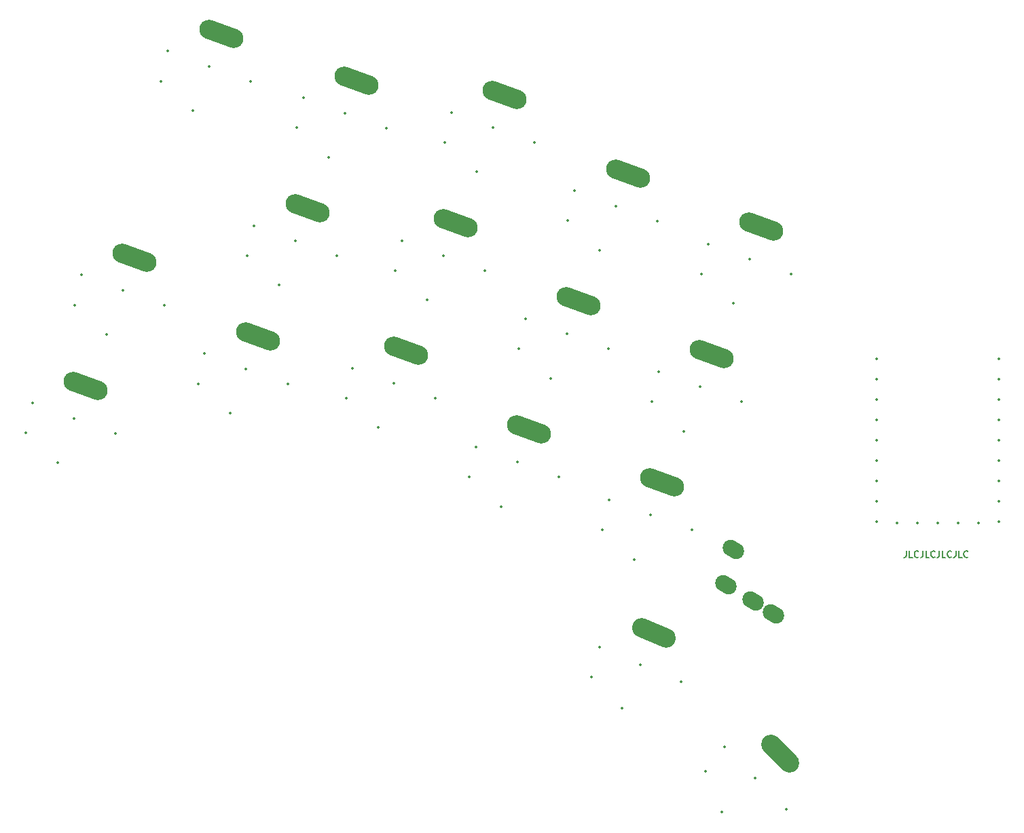
<source format=gto>
%TF.GenerationSoftware,KiCad,Pcbnew,(6.0.11)*%
%TF.CreationDate,2024-04-13T23:11:30+09:00*%
%TF.ProjectId,haqua34_left-bottom-plate,68617175-6133-4345-9f6c-6566742d626f,rev?*%
%TF.SameCoordinates,Original*%
%TF.FileFunction,Legend,Top*%
%TF.FilePolarity,Positive*%
%FSLAX46Y46*%
G04 Gerber Fmt 4.6, Leading zero omitted, Abs format (unit mm)*
G04 Created by KiCad (PCBNEW (6.0.11)) date 2024-04-13 23:11:30*
%MOMM*%
%LPD*%
G01*
G04 APERTURE LIST*
G04 Aperture macros list*
%AMHorizOval*
0 Thick line with rounded ends*
0 $1 width*
0 $2 $3 position (X,Y) of the first rounded end (center of the circle)*
0 $4 $5 position (X,Y) of the second rounded end (center of the circle)*
0 Add line between two ends*
20,1,$1,$2,$3,$4,$5,0*
0 Add two circle primitives to create the rounded ends*
1,1,$1,$2,$3*
1,1,$1,$4,$5*%
G04 Aperture macros list end*
%ADD10C,0.200000*%
%ADD11C,0.350000*%
%ADD12HorizOval,2.399999X-1.550493X0.564333X1.550493X-0.564333X0*%
%ADD13HorizOval,1.999999X-0.341056X0.208999X0.341056X-0.208999X0*%
%ADD14HorizOval,2.399999X-1.518833X0.644706X1.518833X-0.644706X0*%
%ADD15HorizOval,2.399999X-1.166726X1.166726X1.166726X-1.166726X0*%
G04 APERTURE END LIST*
D10*
X134404761Y-95661904D02*
X134404761Y-96233333D01*
X134366666Y-96347619D01*
X134290476Y-96423809D01*
X134176190Y-96461904D01*
X134100000Y-96461904D01*
X135166666Y-96461904D02*
X134785714Y-96461904D01*
X134785714Y-95661904D01*
X135890476Y-96385714D02*
X135852380Y-96423809D01*
X135738095Y-96461904D01*
X135661904Y-96461904D01*
X135547619Y-96423809D01*
X135471428Y-96347619D01*
X135433333Y-96271428D01*
X135395238Y-96119047D01*
X135395238Y-96004761D01*
X135433333Y-95852380D01*
X135471428Y-95776190D01*
X135547619Y-95700000D01*
X135661904Y-95661904D01*
X135738095Y-95661904D01*
X135852380Y-95700000D01*
X135890476Y-95738095D01*
X136461904Y-95661904D02*
X136461904Y-96233333D01*
X136423809Y-96347619D01*
X136347619Y-96423809D01*
X136233333Y-96461904D01*
X136157142Y-96461904D01*
X137223809Y-96461904D02*
X136842857Y-96461904D01*
X136842857Y-95661904D01*
X137947619Y-96385714D02*
X137909523Y-96423809D01*
X137795238Y-96461904D01*
X137719047Y-96461904D01*
X137604761Y-96423809D01*
X137528571Y-96347619D01*
X137490476Y-96271428D01*
X137452380Y-96119047D01*
X137452380Y-96004761D01*
X137490476Y-95852380D01*
X137528571Y-95776190D01*
X137604761Y-95700000D01*
X137719047Y-95661904D01*
X137795238Y-95661904D01*
X137909523Y-95700000D01*
X137947619Y-95738095D01*
X138519047Y-95661904D02*
X138519047Y-96233333D01*
X138480952Y-96347619D01*
X138404761Y-96423809D01*
X138290476Y-96461904D01*
X138214285Y-96461904D01*
X139280952Y-96461904D02*
X138900000Y-96461904D01*
X138900000Y-95661904D01*
X140004761Y-96385714D02*
X139966666Y-96423809D01*
X139852380Y-96461904D01*
X139776190Y-96461904D01*
X139661904Y-96423809D01*
X139585714Y-96347619D01*
X139547619Y-96271428D01*
X139509523Y-96119047D01*
X139509523Y-96004761D01*
X139547619Y-95852380D01*
X139585714Y-95776190D01*
X139661904Y-95700000D01*
X139776190Y-95661904D01*
X139852380Y-95661904D01*
X139966666Y-95700000D01*
X140004761Y-95738095D01*
X140576190Y-95661904D02*
X140576190Y-96233333D01*
X140538095Y-96347619D01*
X140461904Y-96423809D01*
X140347619Y-96461904D01*
X140271428Y-96461904D01*
X141338095Y-96461904D02*
X140957142Y-96461904D01*
X140957142Y-95661904D01*
X142061904Y-96385714D02*
X142023809Y-96423809D01*
X141909523Y-96461904D01*
X141833333Y-96461904D01*
X141719047Y-96423809D01*
X141642857Y-96347619D01*
X141604761Y-96271428D01*
X141566666Y-96119047D01*
X141566666Y-96004761D01*
X141604761Y-95852380D01*
X141642857Y-95776190D01*
X141719047Y-95700000D01*
X141833333Y-95661904D01*
X141909523Y-95661904D01*
X142023809Y-95700000D01*
X142061904Y-95738095D01*
D11*
X93031691Y-50718889D03*
D12*
X99676843Y-48542407D03*
D11*
X92201860Y-54460731D03*
X103368309Y-54481111D03*
X96182081Y-58144186D03*
X98200000Y-52600000D03*
X97331691Y-89293889D03*
X102500000Y-91175000D03*
D12*
X103976843Y-87117407D03*
D11*
X100482081Y-96719186D03*
X107668309Y-93056111D03*
X96501860Y-93035731D03*
D13*
X115281120Y-101948803D03*
X117839040Y-103516299D03*
X112786093Y-95493973D03*
X111870559Y-99858809D03*
D11*
X80832081Y-48344186D03*
X77681691Y-40918889D03*
X82850000Y-42800000D03*
X88018309Y-44681111D03*
D12*
X84326843Y-38742407D03*
D11*
X76851860Y-44660731D03*
X106312777Y-111999021D03*
D14*
X102937177Y-105875260D03*
D11*
X98944686Y-115280979D03*
X95162697Y-111394263D03*
X101250000Y-109850000D03*
X96187223Y-107700979D03*
D12*
X78176843Y-54742407D03*
D11*
X81868309Y-60681111D03*
X74682081Y-64344186D03*
X70701860Y-60660731D03*
X76700000Y-58800000D03*
X71531691Y-56918889D03*
D12*
X110151843Y-71117407D03*
D11*
X113843309Y-77056111D03*
X102676860Y-77035731D03*
X108675000Y-75175000D03*
X106657081Y-80719186D03*
X103506691Y-73293889D03*
X114825000Y-59225000D03*
X108826860Y-61085731D03*
X109656691Y-57343889D03*
D12*
X116301843Y-55167407D03*
D11*
X112807081Y-64769186D03*
X119993309Y-61106111D03*
X86906691Y-66693889D03*
D12*
X93551843Y-64517407D03*
D11*
X97243309Y-70456111D03*
X92075000Y-68575000D03*
X90057081Y-74119186D03*
X86076860Y-70435731D03*
X58225000Y-56950000D03*
X53056691Y-55068889D03*
X52226860Y-58810731D03*
X63393309Y-58831111D03*
X56207081Y-62494186D03*
D12*
X59701843Y-52892407D03*
D11*
X57243309Y-74806111D03*
X50057081Y-78469186D03*
X46076860Y-74785731D03*
X46906691Y-71043889D03*
X52075000Y-72925000D03*
D12*
X53551843Y-68867407D03*
D11*
X65356691Y-72843889D03*
X64526860Y-76585731D03*
D12*
X72001843Y-70667407D03*
D11*
X70525000Y-74725000D03*
X68507081Y-80269186D03*
X75693309Y-76606111D03*
X130659000Y-86905000D03*
X130659000Y-84365000D03*
X145899000Y-74205000D03*
X143359000Y-92188200D03*
X130659000Y-79285000D03*
X145899000Y-89445000D03*
X130659000Y-81825000D03*
X145899000Y-81825000D03*
X145899000Y-86905000D03*
X130659000Y-91985000D03*
X145899000Y-91985000D03*
X145899000Y-71665000D03*
X135739000Y-92188200D03*
X140819000Y-92188200D03*
X145899000Y-79285000D03*
X130659000Y-76745000D03*
X145899000Y-76745000D03*
X130659000Y-89445000D03*
X133199000Y-92188200D03*
X130659000Y-71665000D03*
X130659000Y-74205000D03*
X138279000Y-92188200D03*
X145899000Y-84365000D03*
X111403070Y-128221930D03*
X111685913Y-120160913D03*
X115575000Y-124050000D03*
X109352460Y-123201472D03*
X119464087Y-127939087D03*
D15*
X118628287Y-120996713D03*
D11*
X58401860Y-42860731D03*
X59231691Y-39118889D03*
X62382081Y-46544186D03*
X64400000Y-41000000D03*
X69568309Y-42881111D03*
D12*
X65876843Y-36942407D03*
D11*
X47473157Y-35175000D03*
X42304848Y-33293889D03*
X52641466Y-37056111D03*
X41475017Y-37035731D03*
D12*
X48950000Y-31117407D03*
D11*
X45455238Y-40719186D03*
X91068309Y-86456111D03*
X85900000Y-84575000D03*
X83882081Y-90119186D03*
X79901860Y-86435731D03*
D12*
X87376843Y-80517407D03*
D11*
X80731691Y-82693889D03*
X34682081Y-68644186D03*
X30701860Y-64960731D03*
X36700000Y-63100000D03*
D12*
X38176843Y-59042407D03*
D11*
X41868309Y-64981111D03*
X31531691Y-61218889D03*
X24601860Y-80960731D03*
X30600000Y-79100000D03*
X25431691Y-77218889D03*
X28582081Y-84644186D03*
X35768309Y-80981111D03*
D12*
X32076843Y-75042407D03*
M02*

</source>
